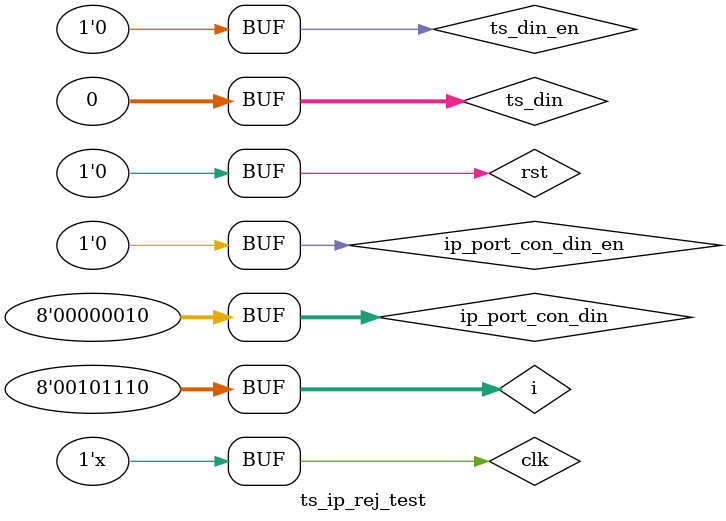
<source format=v>
`timescale 1ns / 1ps


module ts_ip_rej_test;

	// Inputs
	reg clk;
	reg rst;
	reg [31:0] ts_din;
	reg ts_din_en;
	reg [7:0]ip_port_con_din;
	reg ip_port_con_din_en;

	// Outputs
	wire [31:0] ts_dout;
	wire ts_dout_en;

	// Instantiate the Unit Under Test (UUT)
	ts_ip_rej uut (
		.clk(clk), 
		.rst(rst), 
		.ts_din(ts_din), 
		.ts_din_en(ts_din_en), 
		.ts_dout(ts_dout), 
		.ts_dout_en(ts_dout_en), 
		.ip_port_con_din(ip_port_con_din), 
		.ip_port_con_din_en(ip_port_con_din_en)
	);
reg [7:0]i;
	initial begin
		// Initialize Inputs
		clk = 0;
		rst = 0;
		ts_din = 0;
		ts_din_en = 0;
		ip_port_con_din = 0;
		ip_port_con_din_en = 0;
		#2 rst=1;
		// Wait 100 ns for global reset to finish
		#100;
		rst=0;
		
		#100;
		
		#10 ip_port_con_din_en=1;
		ip_port_con_din=1;
		#10 ip_port_con_din=8'd192;
		#10 ip_port_con_din=8'd18;
		#10 ip_port_con_din=8'd8;
		#10 ip_port_con_din=8'd8;
		#10 ip_port_con_din=8'd24;
		#10 ip_port_con_din=8'd25;
		#10 ip_port_con_din=8'd02;
		#10 ip_port_con_din=8'h02;
		#10 ip_port_con_din=8'd192;
		#10 ip_port_con_din=8'd18;
		#10 ip_port_con_din=8'd8;
		#10 ip_port_con_din=8'd9;
		#10 ip_port_con_din=8'd24;
		#10 ip_port_con_din=8'd25;
		#10 ip_port_con_din=8'd01;
		#10 ip_port_con_din=0;
		ip_port_con_din_en=0;
		
    #100;
    
    #10 ts_din=32'h1;
    ts_din_en=1;
    #10 ts_din=32'hc0120808;
    #10 ts_din=32'h1819;
    #10 ts_din=32'h47100101;
    for (i=0;i<46;i=i+1)
    	#10 ts_din={23'h0,i};
    #10 ts_din=0;
    ts_din_en=0;  
		// Add stimulus here


		#100;
		
		#10 ts_din=32'h2;
    ts_din_en=1;
    #10 ts_din=32'hc0120809;
    #10 ts_din=32'h1819;
    #10 ts_din=32'h47100101;
    for (i=0;i<46;i=i+1)
    	#10 ts_din={23'h0,i};
    #10 ts_din=0;
    ts_din_en=0;  
    
    
#10 ip_port_con_din_en=1;
		ip_port_con_din=1;
		#10 ip_port_con_din=8'd192;
		#10 ip_port_con_din=8'd18;
		#10 ip_port_con_din=8'd8;
		#10 ip_port_con_din=8'd8;
		#10 ip_port_con_din=8'd24;
		#10 ip_port_con_din=8'd25;
		#10 ip_port_con_din=8'd02;
		#10 ip_port_con_din_en=0;

	end
  always #5 clk=~clk;    
endmodule


</source>
